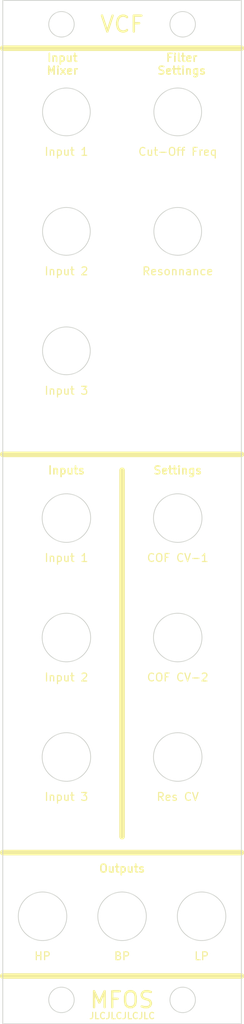
<source format=kicad_pcb>
(kicad_pcb (version 20221018) (generator pcbnew)
  (layers (0 "F.Cu" signal) (31 "B.Cu" signal) (34 "B.Paste" user) (35 "F.Paste" user) (36 "B.SilkS" user "B.Silkscreen") (37 "F.SilkS" user "F.Silkscreen") (38 "B.Mask" user) (39 "F.Mask" user) (44 "Edge.Cuts" user))
  (net 0 "")
  (footprint "Library:Jack_3.5mm_QingPu_WQP-PJ398SM_Vertical_CircularHoles-panel" (layer "F.Cu") (at 22 65)
    (fp_text reference "COF CV-1" (at 0 5 180) (layer "F.SilkS"))
    (fp_text value "AudioJack2" hide)
    (fp_circle (center 0 0) (end 3.05 0) (stroke (width 0.1)) (fill none) (layer "Edge.Cuts"))
  )
  (footprint "Library:Potentiometer_Bourns_PTV09A-1_Single_Vertical-panel" (layer "F.Cu") (at 22 29)
    (fp_text reference "Resonnance" (at 0 5) (layer "F.SilkS"))
    (fp_text value "100K" hide)
    (fp_circle (center 0 0) (end 3 0) (stroke (width 0.1)) (fill none) (layer "Edge.Cuts"))
  )
  (footprint "Library:Potentiometer_Bourns_PTV09A-1_Single_Vertical-panel" (layer "F.Cu") (at 22 14)
    (fp_text reference "Cut-Off Freq" (at 0 5) (layer "F.SilkS"))
    (fp_text value "100K" hide)
    (fp_circle (center 0 0) (end 3 0) (stroke (width 0.1)) (fill none) (layer "Edge.Cuts"))
  )
  (footprint "Library:Potentiometer_Bourns_PTV09A-1_Single_Vertical-panel" (layer "F.Cu") (at 8 44)
    (fp_text reference "Input 3" (at 0 5) (layer "F.SilkS"))
    (fp_text value "100K" hide)
    (fp_circle (center 0 0) (end 3 0) (stroke (width 0.1)) (fill none) (layer "Edge.Cuts"))
  )
  (footprint "Library:Potentiometer_Bourns_PTV09A-1_Single_Vertical-panel" (layer "F.Cu") (at 8 14)
    (fp_text reference "Input 1" (at 0 5) (layer "F.SilkS"))
    (fp_text value "100K" hide)
    (fp_circle (center 0 0) (end 3 0) (stroke (width 0.1)) (fill none) (layer "Edge.Cuts"))
  )
  (footprint "Library:Jack_3.5mm_QingPu_WQP-PJ398SM_Vertical_CircularHoles-panel" (layer "F.Cu") (at 25 115)
    (fp_text reference "LP" (at 0 5 180) (layer "F.SilkS"))
    (fp_text value "AudioJack2" hide)
    (fp_circle (center 0 0) (end 3.05 0) (stroke (width 0.1)) (fill none) (layer "Edge.Cuts"))
  )
  (footprint "Library:Jack_3.5mm_QingPu_WQP-PJ398SM_Vertical_CircularHoles-panel" (layer "F.Cu") (at 8 80)
    (fp_text reference "Input 2" (at 0 5 180) (layer "F.SilkS"))
    (fp_text value "AudioJack2" hide)
    (fp_circle (center 0 0) (end 3.05 0) (stroke (width 0.1)) (fill none) (layer "Edge.Cuts"))
  )
  (footprint "Library:Jack_3.5mm_QingPu_WQP-PJ398SM_Vertical_CircularHoles-panel" (layer "F.Cu") (at 5 115)
    (fp_text reference "HP" (at 0 5 180) (layer "F.SilkS"))
    (fp_text value "AudioJack2" hide)
    (fp_circle (center 0 0) (end 3.05 0) (stroke (width 0.1)) (fill none) (layer "Edge.Cuts"))
  )
  (footprint "Library:Jack_3.5mm_QingPu_WQP-PJ398SM_Vertical_CircularHoles-panel" (layer "F.Cu") (at 8 65)
    (fp_text reference "Input 1" (at 0 5 180) (layer "F.SilkS"))
    (fp_text value "AudioJack2" hide)
    (fp_circle (center 0 0) (end 3.05 0) (stroke (width 0.1)) (fill none) (layer "Edge.Cuts"))
  )
  (footprint "Library:Jack_3.5mm_QingPu_WQP-PJ398SM_Vertical_CircularHoles-panel" (layer "F.Cu") (at 22 95)
    (fp_text reference "Res CV" (at 0 5 180) (layer "F.SilkS"))
    (fp_text value "AudioJack2" hide)
    (fp_circle (center 0 0) (end 3.05 0) (stroke (width 0.1)) (fill none) (layer "Edge.Cuts"))
  )
  (footprint "Library:Jack_3.5mm_QingPu_WQP-PJ398SM_Vertical_CircularHoles-panel" (layer "F.Cu") (at 22 80)
    (fp_text reference "COF CV-2" (at 0 5 180) (layer "F.SilkS"))
    (fp_text value "AudioJack2" hide)
    (fp_circle (center 0 0) (end 3.05 0) (stroke (width 0.1)) (fill none) (layer "Edge.Cuts"))
  )
  (footprint "Library:Potentiometer_Bourns_PTV09A-1_Single_Vertical-panel" (layer "F.Cu") (at 8 29)
    (fp_text reference "Input 2" (at 0 5) (layer "F.SilkS"))
    (fp_text value "100K" hide)
    (fp_circle (center 0 0) (end 3 0) (stroke (width 0.1)) (fill none) (layer "Edge.Cuts"))
  )
  (footprint "Library:Jack_3.5mm_QingPu_WQP-PJ398SM_Vertical_CircularHoles-panel" (layer "F.Cu") (at 15 115)
    (fp_text reference "BP" (at 0 5 180) (layer "F.SilkS"))
    (fp_text value "AudioJack2" hide)
    (fp_circle (center 0 0) (end 3.05 0) (stroke (width 0.1)) (fill none) (layer "Edge.Cuts"))
  )
  (footprint "Library:Jack_3.5mm_QingPu_WQP-PJ398SM_Vertical_CircularHoles-panel" (layer "F.Cu") (at 8 95)
    (fp_text reference "Input 3" (at 0 5 180) (layer "F.SilkS"))
    (fp_text value "AudioJack2" hide)
    (fp_circle (center 0 0) (end 3.05 0) (stroke (width 0.1)) (fill none) (layer "Edge.Cuts"))
  )
  (gr_line (start 0 57) (end 30 57) (stroke (width 0.7)) (layer "F.SilkS"))
  (gr_line (start 0 6) (end 30 6) (stroke (width 0.7)) (layer "F.SilkS"))
  (gr_line (start 0 122.5) (end 30 122.5) (stroke (width 0.7)) (layer "F.SilkS"))
  (gr_line (start 0 107) (end 30 107) (stroke (width 0.7)) (layer "F.SilkS"))
  (gr_line (start 15 59) (end 15 105) (stroke (width 0.7)) (layer "F.SilkS"))
  (gr_circle (center 22.62 3) (end 24.22 3) (stroke (width 0.1)) (fill none) (layer "Edge.Cuts"))
  (gr_circle (center 7.38 3) (end 8.98 3) (stroke (width 0.1)) (fill none) (layer "Edge.Cuts"))
  (gr_rect (start 0 0) (end 30 128.5) (stroke (width 0.1)) (fill none) (layer "Edge.Cuts"))
  (gr_circle (center 22.62 125.5) (end 24.22 125.5) (stroke (width 0.1)) (fill none) (layer "Edge.Cuts"))
  (gr_circle (center 7.38 125.5) (end 8.98 125.5) (stroke (width 0.1)) (fill none) (layer "Edge.Cuts"))
  (gr_text "Inputs" (at 8 59) (layer "F.SilkS") (effects (font (size 1 1) (thickness 0.2) bold)))
  (gr_text "Outputs" (at 15 109) (layer "F.SilkS") (effects (font (size 1 1) (thickness 0.2) bold)))
  (gr_text "Settings" (at 22 59) (layer "F.SilkS") (effects (font (size 1 1) (thickness 0.2) bold)))
  (gr_text "VCF" (at 15 3) (layer "F.SilkS") (effects (font (size 2 2) (thickness 0.3))))
  (gr_text "JLCJLCJLCJLC" (at 15 127.5) (layer "F.SilkS") (effects (font (size 0.8 0.8) (thickness 0.15) bold)))
  (gr_text "Input\nMixer" (at 7.5 8) (layer "F.SilkS") (effects (font (size 1 1) (thickness 0.2) bold)))
  (gr_text "Filter\nSettings" (at 22.5 8) (layer "F.SilkS") (effects (font (size 1 1) (thickness 0.2) bold)))
  (gr_text "MFOS" (at 15 125.5) (layer "F.SilkS") (effects (font (size 2 2) (thickness 0.3))))
)
</source>
